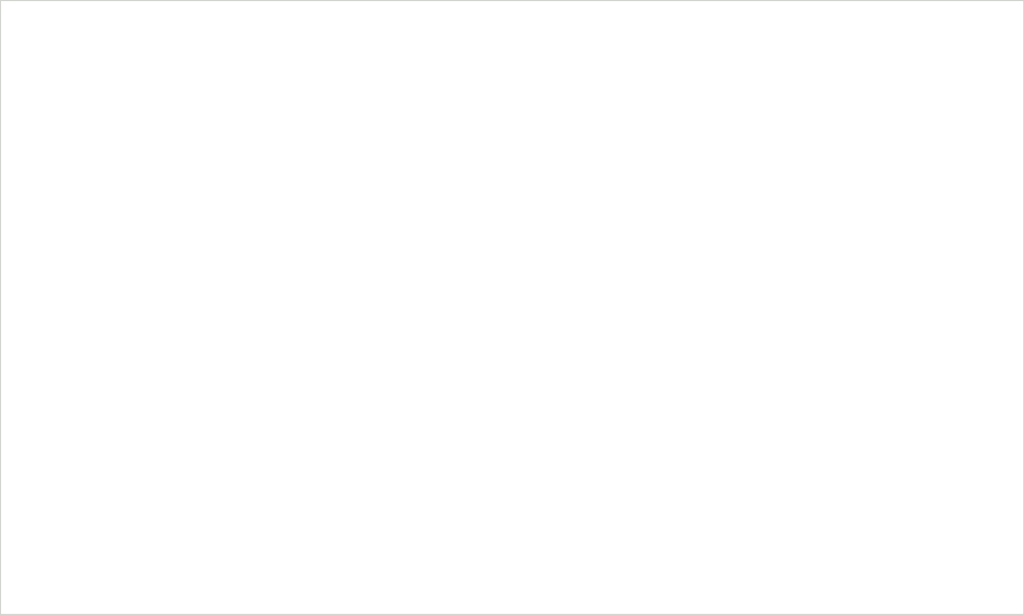
<source format=kicad_pcb>
(kicad_pcb (version 20211014) (generator pcbnew)

  (general
    (thickness 1.6)
  )

  (paper "A4")
  (layers
    (0 "F.Cu" signal)
    (31 "B.Cu" signal)
    (32 "B.Adhes" user "B.Adhesive")
    (33 "F.Adhes" user "F.Adhesive")
    (34 "B.Paste" user)
    (35 "F.Paste" user)
    (36 "B.SilkS" user "B.Silkscreen")
    (37 "F.SilkS" user "F.Silkscreen")
    (38 "B.Mask" user)
    (39 "F.Mask" user)
    (40 "Dwgs.User" user "User.Drawings")
    (41 "Cmts.User" user "User.Comments")
    (42 "Eco1.User" user "User.Eco1")
    (43 "Eco2.User" user "User.Eco2")
    (44 "Edge.Cuts" user)
    (45 "Margin" user)
    (46 "B.CrtYd" user "B.Courtyard")
    (47 "F.CrtYd" user "F.Courtyard")
    (48 "B.Fab" user)
    (49 "F.Fab" user)
    (50 "User.1" user)
    (51 "User.2" user)
    (52 "User.3" user)
    (53 "User.4" user)
    (54 "User.5" user)
    (55 "User.6" user)
    (56 "User.7" user)
    (57 "User.8" user)
    (58 "User.9" user)
  )

  (setup
    (pad_to_mask_clearance 0)
    (pcbplotparams
      (layerselection 0x00010fc_ffffffff)
      (disableapertmacros false)
      (usegerberextensions false)
      (usegerberattributes true)
      (usegerberadvancedattributes true)
      (creategerberjobfile true)
      (svguseinch false)
      (svgprecision 6)
      (excludeedgelayer true)
      (plotframeref false)
      (viasonmask false)
      (mode 1)
      (useauxorigin false)
      (hpglpennumber 1)
      (hpglpenspeed 20)
      (hpglpendiameter 15.000000)
      (dxfpolygonmode true)
      (dxfimperialunits true)
      (dxfusepcbnewfont true)
      (psnegative false)
      (psa4output false)
      (plotreference true)
      (plotvalue true)
      (plotinvisibletext false)
      (sketchpadsonfab false)
      (subtractmaskfromsilk false)
      (outputformat 1)
      (mirror false)
      (drillshape 1)
      (scaleselection 1)
      (outputdirectory "")
    )
  )

  (net 0 "")

  (gr_rect (start 25 25) (end 125 85) (layer "Edge.Cuts") (width 0.1) (fill none) (tstamp 4514a2c8-5adb-4214-8536-f2ca84ff8693))

)

</source>
